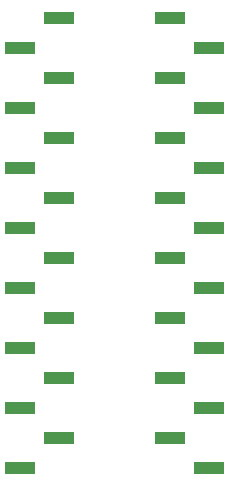
<source format=gbp>
G04 #@! TF.GenerationSoftware,KiCad,Pcbnew,9.0.6*
G04 #@! TF.CreationDate,2026-01-07T21:29:58-06:00*
G04 #@! TF.ProjectId,QFP-32_7x7_P0.8,5146502d-3332-45f3-9778-375f50302e38,rev?*
G04 #@! TF.SameCoordinates,Original*
G04 #@! TF.FileFunction,Paste,Bot*
G04 #@! TF.FilePolarity,Positive*
%FSLAX46Y46*%
G04 Gerber Fmt 4.6, Leading zero omitted, Abs format (unit mm)*
G04 Created by KiCad (PCBNEW 9.0.6) date 2026-01-07 21:29:58*
%MOMM*%
%LPD*%
G01*
G04 APERTURE LIST*
%ADD10R,2.510000X1.000000*%
G04 APERTURE END LIST*
D10*
X133735000Y-101596642D03*
X130425000Y-104136642D03*
X133735000Y-106676642D03*
X130425000Y-109216642D03*
X133735000Y-111756642D03*
X130425000Y-114296642D03*
X133735000Y-116836642D03*
X130425000Y-119376642D03*
X133735000Y-121916642D03*
X130425000Y-124456642D03*
X133735000Y-126996642D03*
X130425000Y-129536642D03*
X133735000Y-132076642D03*
X130425000Y-134616642D03*
X133735000Y-137156642D03*
X130425000Y-139696642D03*
X143125000Y-101596642D03*
X146435000Y-104136642D03*
X143125000Y-106676642D03*
X146435000Y-109216642D03*
X143125000Y-111756642D03*
X146435000Y-114296642D03*
X143125000Y-116836642D03*
X146435000Y-119376642D03*
X143125000Y-121916642D03*
X146435000Y-124456642D03*
X143125000Y-126996642D03*
X146435000Y-129536642D03*
X143125000Y-132076642D03*
X146435000Y-134616642D03*
X143125000Y-137156642D03*
X146435000Y-139696642D03*
M02*

</source>
